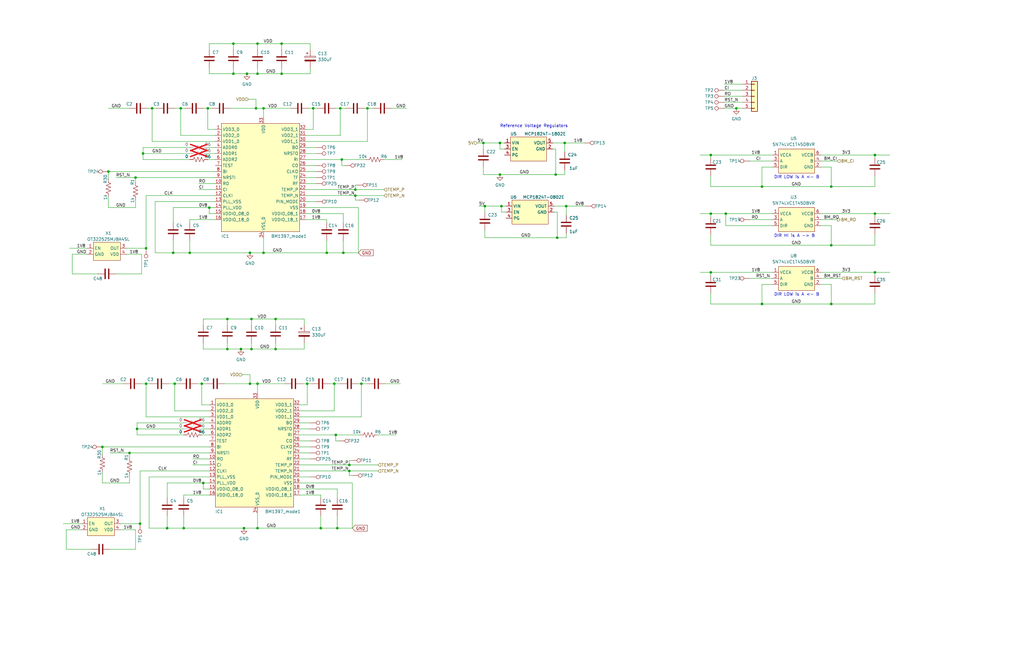
<source format=kicad_sch>
(kicad_sch (version 20230121) (generator eeschema)
  (paper "B")
  (junction (at 107.95 45.72))
  (junction (at 95.885 147.32) (diameter 0.9144))
  (junction (at 203.835 60.325) (diameter 0.9144))
  (junction (at 108.585 222.885))
  (junction (at 57.785 180.975))
  (junction (at 350.52 103.505))
  (junction (at 73.025 106.68))
  (junction (at 149.86 82.55))
  (junction (at 144.78 106.68))
  (junction (at 154.94 45.72))
  (junction (at 310.515 45.72))
  (junction (at 299.72 90.17))
  (junction (at 368.935 65.405))
  (junction (at 73.66 161.925))
  (junction (at 204.47 86.995) (diameter 0.9144))
  (junction (at 104.14 31.115))
  (junction (at 102.87 222.885))
  (junction (at 147.32 196.215))
  (junction (at 144.145 67.31))
  (junction (at 80.01 106.68))
  (junction (at 45.72 72.39))
  (junction (at 234.315 73.66) (diameter 0.9144))
  (junction (at 141.605 183.515))
  (junction (at 61.595 161.925))
  (junction (at 140.97 161.925))
  (junction (at 306.07 90.17))
  (junction (at 299.72 65.405))
  (junction (at 88.265 87.63))
  (junction (at 60.325 64.77))
  (junction (at 299.72 114.935))
  (junction (at 118.745 18.415))
  (junction (at 105.41 106.68))
  (junction (at 106.045 134.62) (diameter 0.9144))
  (junction (at 76.2 45.72))
  (junction (at 368.935 114.935))
  (junction (at 87.63 45.72))
  (junction (at 118.745 31.115))
  (junction (at 64.135 45.72))
  (junction (at 350.52 78.74))
  (junction (at 116.205 147.32))
  (junction (at 132.08 45.72))
  (junction (at 211.455 86.995))
  (junction (at 368.935 90.17))
  (junction (at 70.485 222.885))
  (junction (at 152.4 161.925))
  (junction (at 111.125 45.72))
  (junction (at 98.425 31.115) (diameter 0.9144))
  (junction (at 210.82 60.325))
  (junction (at 43.18 188.595))
  (junction (at 321.31 128.27))
  (junction (at 108.585 161.925))
  (junction (at 101.6 147.32))
  (junction (at 238.76 86.995) (diameter 0.9144))
  (junction (at 142.24 222.885))
  (junction (at 210.82 73.66))
  (junction (at 238.125 60.325) (diameter 0.9144))
  (junction (at 95.885 134.62) (diameter 0.9144))
  (junction (at 85.09 161.925))
  (junction (at 98.425 18.415) (diameter 0.9144))
  (junction (at 137.795 106.68))
  (junction (at 59.055 220.98))
  (junction (at 234.95 100.33) (diameter 0.9144))
  (junction (at 135.255 222.885))
  (junction (at 105.41 161.925))
  (junction (at 61.595 104.775))
  (junction (at 54.61 191.135))
  (junction (at 350.52 128.27))
  (junction (at 57.15 74.93))
  (junction (at 111.125 106.68))
  (junction (at 106.045 147.32) (diameter 0.9144))
  (junction (at 108.585 31.115) (diameter 0.9144))
  (junction (at 77.47 222.885))
  (junction (at 147.32 198.755))
  (junction (at 116.205 134.62))
  (junction (at 149.86 80.01))
  (junction (at 321.31 78.74))
  (junction (at 129.54 161.925))
  (junction (at 143.51 45.72))
  (junction (at 108.585 18.415) (diameter 0.9144))
  (junction (at 85.725 203.835))
  (wire (pts (xy 108.585 20.955) (xy 108.585 18.415)))
  (wire (pts (xy 50.8 220.98) (xy 59.055 220.98)))
  (wire (pts (xy 126.365 173.355) (xy 140.97 173.355)))
  (wire (pts (xy 203.835 70.485) (xy 203.835 73.66)))
  (wire (pts (xy 27.94 231.775) (xy 38.735 231.775)))
  (wire (pts (xy 126.365 193.675) (xy 130.81 193.675)))
  (wire (pts (xy 97.155 45.72) (xy 107.95 45.72)))
  (wire (pts (xy 147.955 194.31) (xy 147.32 194.31)))
  (wire (pts (xy 154.94 45.72) (xy 157.48 45.72)))
  (wire (pts (xy 299.72 99.06) (xy 299.72 103.505)))
  (wire (pts (xy 45.72 87.63) (xy 57.15 87.63)))
  (wire (pts (xy 26.67 220.98) (xy 34.29 220.98)))
  (wire (pts (xy 305.435 40.64) (xy 313.055 40.64)))
  (wire (pts (xy 234.95 89.535) (xy 234.95 100.33)))
  (wire (pts (xy 299.72 128.27) (xy 321.31 128.27)))
  (wire (pts (xy 238.76 100.33) (xy 234.95 100.33)))
  (wire (pts (xy 346.075 95.25) (xy 350.52 95.25)))
  (wire (pts (xy 368.935 78.74) (xy 368.935 74.295)))
  (wire (pts (xy 152.4 161.925) (xy 154.94 161.925)))
  (wire (pts (xy 73.66 173.355) (xy 73.66 161.925)))
  (wire (pts (xy 126.365 188.595) (xy 130.81 188.595)))
  (wire (pts (xy 57.15 231.775) (xy 57.15 223.52)))
  (wire (pts (xy 59.69 115.57) (xy 59.69 107.315)))
  (wire (pts (xy 350.52 70.485) (xy 350.52 78.74)))
  (wire (pts (xy 108.585 31.115) (xy 104.14 31.115)))
  (wire (pts (xy 210.82 60.325) (xy 212.725 60.325)))
  (wire (pts (xy 108.585 28.575) (xy 108.585 31.115)))
  (wire (pts (xy 85.09 180.975) (xy 88.265 180.975)))
  (wire (pts (xy 148.59 203.835) (xy 126.365 203.835)))
  (wire (pts (xy 122.555 45.72) (xy 111.125 45.72)))
  (wire (pts (xy 299.72 78.74) (xy 321.31 78.74)))
  (wire (pts (xy 108.585 18.415) (xy 118.745 18.415)))
  (wire (pts (xy 102.87 222.885) (xy 108.585 222.885)))
  (wire (pts (xy 140.97 173.355) (xy 140.97 161.925)))
  (wire (pts (xy 305.435 35.56) (xy 313.055 35.56)))
  (wire (pts (xy 116.205 147.32) (xy 128.27 147.32)))
  (wire (pts (xy 73.025 101.6) (xy 73.025 106.68)))
  (wire (pts (xy 201.295 60.325) (xy 203.835 60.325)))
  (wire (pts (xy 59.69 107.315) (xy 53.34 107.315)))
  (wire (pts (xy 238.125 60.325) (xy 238.125 64.135)))
  (wire (pts (xy 149.86 82.55) (xy 161.925 82.55)))
  (wire (pts (xy 325.755 95.25) (xy 306.07 95.25)))
  (wire (pts (xy 126.365 208.915) (xy 135.255 208.915)))
  (wire (pts (xy 43.18 188.595) (xy 88.265 188.595)))
  (wire (pts (xy 346.075 92.71) (xy 353.06 92.71)))
  (wire (pts (xy 126.365 186.055) (xy 130.81 186.055)))
  (wire (pts (xy 150.495 78.105) (xy 149.86 78.105)))
  (wire (pts (xy 48.895 115.57) (xy 59.69 115.57)))
  (wire (pts (xy 149.86 84.455) (xy 149.86 82.55)))
  (wire (pts (xy 233.045 60.325) (xy 238.125 60.325)))
  (wire (pts (xy 118.745 31.115) (xy 130.81 31.115)))
  (wire (pts (xy 54.61 191.135) (xy 54.61 193.04)))
  (wire (pts (xy 128.905 67.31) (xy 144.145 67.31)))
  (wire (pts (xy 234.95 100.33) (xy 204.47 100.33)))
  (wire (pts (xy 147.32 200.66) (xy 147.32 198.755)))
  (wire (pts (xy 101.6 147.32) (xy 95.885 147.32)))
  (wire (pts (xy 126.365 206.375) (xy 142.24 206.375)))
  (wire (pts (xy 346.075 90.17) (xy 368.935 90.17)))
  (wire (pts (xy 299.72 90.17) (xy 306.07 90.17)))
  (wire (pts (xy 140.97 161.925) (xy 143.51 161.925)))
  (wire (pts (xy 70.485 222.885) (xy 77.47 222.885)))
  (wire (pts (xy 142.875 186.055) (xy 141.605 186.055)))
  (wire (pts (xy 128.905 64.77) (xy 133.35 64.77)))
  (wire (pts (xy 135.255 208.915) (xy 135.255 210.185)))
  (wire (pts (xy 48.895 74.93) (xy 57.15 74.93)))
  (wire (pts (xy 80.01 101.6) (xy 80.01 106.68)))
  (wire (pts (xy 111.125 106.68) (xy 111.125 100.33)))
  (wire (pts (xy 295.275 90.17) (xy 299.72 90.17)))
  (wire (pts (xy 76.2 45.72) (xy 78.105 45.72)))
  (wire (pts (xy 368.935 128.27) (xy 368.935 123.825)))
  (wire (pts (xy 62.865 222.885) (xy 70.485 222.885)))
  (wire (pts (xy 141.605 186.055) (xy 141.605 183.515)))
  (wire (pts (xy 151.13 84.455) (xy 149.86 84.455)))
  (wire (pts (xy 73.66 45.72) (xy 76.2 45.72)))
  (wire (pts (xy 238.125 73.66) (xy 234.315 73.66)))
  (wire (pts (xy 85.09 161.925) (xy 86.995 161.925)))
  (wire (pts (xy 57.15 74.93) (xy 57.15 76.835)))
  (wire (pts (xy 144.78 101.6) (xy 144.78 106.68)))
  (wire (pts (xy 368.935 65.405) (xy 368.935 66.675)))
  (wire (pts (xy 126.365 183.515) (xy 141.605 183.515)))
  (wire (pts (xy 132.08 45.72) (xy 133.985 45.72)))
  (wire (pts (xy 85.725 45.72) (xy 87.63 45.72)))
  (wire (pts (xy 87.63 45.72) (xy 87.63 54.61)))
  (wire (pts (xy 368.935 103.505) (xy 368.935 99.06)))
  (wire (pts (xy 128.905 59.69) (xy 154.94 59.69)))
  (wire (pts (xy 126.365 201.295) (xy 130.81 201.295)))
  (wire (pts (xy 152.4 175.895) (xy 152.4 161.925)))
  (wire (pts (xy 130.81 28.575) (xy 130.81 31.115)))
  (wire (pts (xy 116.205 134.62) (xy 128.27 134.62)))
  (wire (pts (xy 81.28 193.675) (xy 88.265 193.675)))
  (wire (pts (xy 45.72 45.72) (xy 54.61 45.72)))
  (wire (pts (xy 143.51 45.72) (xy 146.05 45.72)))
  (wire (pts (xy 126.365 170.815) (xy 129.54 170.815)))
  (wire (pts (xy 210.82 62.865) (xy 210.82 60.325)))
  (wire (pts (xy 83.82 77.47) (xy 90.805 77.47)))
  (wire (pts (xy 70.485 210.185) (xy 70.485 203.835)))
  (wire (pts (xy 81.28 196.215) (xy 88.265 196.215)))
  (wire (pts (xy 85.725 144.78) (xy 85.725 147.32)))
  (wire (pts (xy 90.805 54.61) (xy 87.63 54.61)))
  (wire (pts (xy 61.595 82.55) (xy 61.595 104.775)))
  (wire (pts (xy 126.365 191.135) (xy 130.81 191.135)))
  (wire (pts (xy 62.865 201.295) (xy 62.865 222.885)))
  (wire (pts (xy 61.595 161.925) (xy 63.5 161.925)))
  (wire (pts (xy 149.86 80.01) (xy 161.925 80.01)))
  (wire (pts (xy 316.23 117.475) (xy 325.755 117.475)))
  (wire (pts (xy 211.455 89.535) (xy 213.36 89.535)))
  (wire (pts (xy 94.615 161.925) (xy 105.41 161.925)))
  (wire (pts (xy 116.205 144.78) (xy 116.205 147.32)))
  (wire (pts (xy 85.725 203.835) (xy 88.265 203.835)))
  (wire (pts (xy 83.82 80.01) (xy 90.805 80.01)))
  (wire (pts (xy 299.72 65.405) (xy 325.755 65.405)))
  (wire (pts (xy 165.1 45.72) (xy 171.45 45.72)))
  (wire (pts (xy 210.82 62.865) (xy 212.725 62.865)))
  (wire (pts (xy 108.585 222.885) (xy 108.585 216.535)))
  (wire (pts (xy 118.745 28.575) (xy 118.745 31.115)))
  (wire (pts (xy 98.425 18.415) (xy 108.585 18.415)))
  (wire (pts (xy 316.23 67.945) (xy 325.755 67.945)))
  (wire (pts (xy 141.605 45.72) (xy 143.51 45.72)))
  (wire (pts (xy 29.21 104.775) (xy 36.83 104.775)))
  (wire (pts (xy 350.52 120.015) (xy 350.52 128.27)))
  (wire (pts (xy 98.425 28.575) (xy 98.425 31.115)))
  (wire (pts (xy 316.23 92.71) (xy 325.755 92.71)))
  (wire (pts (xy 57.15 84.455) (xy 57.15 87.63)))
  (wire (pts (xy 238.125 71.755) (xy 238.125 73.66)))
  (wire (pts (xy 46.355 231.775) (xy 57.15 231.775)))
  (wire (pts (xy 60.325 64.77) (xy 60.325 67.31)))
  (wire (pts (xy 57.785 183.515) (xy 77.47 183.515)))
  (wire (pts (xy 151.13 106.68) (xy 151.13 87.63)))
  (wire (pts (xy 130.81 20.955) (xy 130.81 18.415)))
  (wire (pts (xy 144.145 69.85) (xy 144.145 67.31)))
  (wire (pts (xy 143.51 57.15) (xy 143.51 45.72)))
  (wire (pts (xy 132.08 54.61) (xy 132.08 45.72)))
  (wire (pts (xy 299.72 114.935) (xy 325.755 114.935)))
  (wire (pts (xy 83.185 161.925) (xy 85.09 161.925)))
  (wire (pts (xy 295.275 65.405) (xy 299.72 65.405)))
  (wire (pts (xy 57.15 223.52) (xy 50.8 223.52)))
  (wire (pts (xy 61.595 82.55) (xy 90.805 82.55)))
  (wire (pts (xy 98.425 20.955) (xy 98.425 18.415)))
  (wire (pts (xy 144.78 90.17) (xy 144.78 93.98)))
  (wire (pts (xy 321.31 128.27) (xy 350.52 128.27)))
  (wire (pts (xy 321.31 78.74) (xy 350.52 78.74)))
  (wire (pts (xy 45.72 72.39) (xy 45.72 75.565)))
  (wire (pts (xy 325.755 70.485) (xy 321.31 70.485)))
  (wire (pts (xy 128.27 137.16) (xy 128.27 134.62)))
  (wire (pts (xy 60.325 67.31) (xy 80.01 67.31)))
  (wire (pts (xy 88.265 28.575) (xy 88.265 31.115)))
  (wire (pts (xy 77.47 178.435) (xy 57.785 178.435)))
  (wire (pts (xy 88.265 173.355) (xy 73.66 173.355)))
  (wire (pts (xy 76.2 57.15) (xy 76.2 45.72)))
  (wire (pts (xy 105.41 161.925) (xy 108.585 161.925)))
  (wire (pts (xy 128.905 82.55) (xy 149.86 82.55)))
  (wire (pts (xy 346.075 67.945) (xy 353.06 67.945)))
  (wire (pts (xy 153.67 45.72) (xy 154.94 45.72)))
  (wire (pts (xy 147.32 196.215) (xy 159.385 196.215)))
  (wire (pts (xy 305.435 38.1) (xy 313.055 38.1)))
  (wire (pts (xy 73.025 106.68) (xy 80.01 106.68)))
  (wire (pts (xy 126.365 180.975) (xy 130.81 180.975)))
  (wire (pts (xy 211.455 89.535) (xy 211.455 86.995)))
  (wire (pts (xy 61.595 175.895) (xy 61.595 161.925)))
  (wire (pts (xy 80.01 93.98) (xy 80.01 92.71)))
  (wire (pts (xy 85.09 161.925) (xy 85.09 170.815)))
  (wire (pts (xy 43.18 161.925) (xy 52.07 161.925)))
  (wire (pts (xy 45.72 72.39) (xy 90.805 72.39)))
  (wire (pts (xy 85.09 178.435) (xy 88.265 178.435)))
  (wire (pts (xy 130.175 45.72) (xy 132.08 45.72)))
  (wire (pts (xy 128.905 57.15) (xy 143.51 57.15)))
  (wire (pts (xy 234.315 73.66) (xy 210.82 73.66)))
  (wire (pts (xy 59.055 198.755) (xy 88.265 198.755)))
  (wire (pts (xy 65.405 85.09) (xy 65.405 106.68)))
  (wire (pts (xy 105.41 106.68) (xy 111.125 106.68)))
  (wire (pts (xy 98.425 31.115) (xy 88.265 31.115)))
  (wire (pts (xy 95.885 144.78) (xy 95.885 147.32)))
  (wire (pts (xy 142.24 217.805) (xy 142.24 222.885)))
  (wire (pts (xy 310.515 45.72) (xy 313.055 45.72)))
  (wire (pts (xy 234.315 62.865) (xy 233.045 62.865)))
  (wire (pts (xy 126.365 175.895) (xy 152.4 175.895)))
  (wire (pts (xy 128.905 72.39) (xy 133.35 72.39)))
  (wire (pts (xy 128.905 54.61) (xy 132.08 54.61)))
  (wire (pts (xy 60.325 64.77) (xy 80.01 64.77)))
  (wire (pts (xy 73.025 93.98) (xy 73.025 87.63)))
  (wire (pts (xy 57.15 74.93) (xy 90.805 74.93)))
  (wire (pts (xy 87.63 64.77) (xy 90.805 64.77)))
  (wire (pts (xy 106.045 137.16) (xy 106.045 134.62)))
  (wire (pts (xy 102.235 158.115) (xy 105.41 158.115)))
  (wire (pts (xy 128.905 77.47) (xy 133.35 77.47)))
  (wire (pts (xy 30.48 107.315) (xy 30.48 115.57)))
  (wire (pts (xy 128.905 62.23) (xy 133.35 62.23)))
  (wire (pts (xy 85.725 134.62) (xy 95.885 134.62)))
  (wire (pts (xy 321.31 120.015) (xy 321.31 128.27)))
  (wire (pts (xy 106.045 134.62) (xy 116.205 134.62)))
  (wire (pts (xy 73.66 161.925) (xy 75.565 161.925)))
  (wire (pts (xy 118.745 31.115) (xy 108.585 31.115)))
  (wire (pts (xy 350.52 128.27) (xy 368.935 128.27)))
  (wire (pts (xy 203.835 60.325) (xy 210.82 60.325)))
  (wire (pts (xy 203.835 60.325) (xy 203.835 62.865)))
  (wire (pts (xy 118.745 20.955) (xy 118.745 18.415)))
  (wire (pts (xy 104.775 41.91) (xy 107.95 41.91)))
  (wire (pts (xy 88.265 206.375) (xy 85.725 206.375)))
  (wire (pts (xy 106.045 147.32) (xy 101.6 147.32)))
  (wire (pts (xy 64.135 45.72) (xy 66.04 45.72)))
  (wire (pts (xy 135.255 217.805) (xy 135.255 222.885)))
  (wire (pts (xy 57.785 180.975) (xy 57.785 183.515)))
  (wire (pts (xy 80.01 62.23) (xy 60.325 62.23)))
  (wire (pts (xy 36.83 107.315) (xy 30.48 107.315)))
  (wire (pts (xy 144.145 67.31) (xy 154.305 67.31)))
  (wire (pts (xy 305.435 43.18) (xy 313.055 43.18)))
  (wire (pts (xy 88.265 87.63) (xy 90.805 87.63)))
  (wire (pts (xy 59.055 198.755) (xy 59.055 220.98)))
  (wire (pts (xy 154.94 59.69) (xy 154.94 45.72)))
  (wire (pts (xy 85.725 137.16) (xy 85.725 134.62)))
  (wire (pts (xy 87.63 45.72) (xy 89.535 45.72)))
  (wire (pts (xy 234.315 62.865) (xy 234.315 73.66)))
  (wire (pts (xy 142.24 222.885) (xy 148.59 222.885)))
  (wire (pts (xy 149.86 78.105) (xy 149.86 80.01)))
  (wire (pts (xy 128.905 80.01) (xy 149.86 80.01)))
  (wire (pts (xy 77.47 210.185) (xy 77.47 208.915)))
  (wire (pts (xy 53.34 104.775) (xy 61.595 104.775)))
  (wire (pts (xy 95.885 137.16) (xy 95.885 134.62)))
  (wire (pts (xy 46.355 191.135) (xy 54.61 191.135)))
  (wire (pts (xy 77.47 217.805) (xy 77.47 222.885)))
  (wire (pts (xy 43.18 199.39) (xy 43.18 203.835)))
  (wire (pts (xy 238.125 60.325) (xy 246.38 60.325)))
  (wire (pts (xy 71.12 161.925) (xy 73.66 161.925)))
  (wire (pts (xy 116.205 137.16) (xy 116.205 134.62)))
  (wire (pts (xy 299.72 103.505) (xy 350.52 103.505)))
  (wire (pts (xy 204.47 86.995) (xy 204.47 89.535)))
  (wire (pts (xy 299.72 114.935) (xy 299.72 116.205)))
  (wire (pts (xy 126.365 198.755) (xy 147.32 198.755)))
  (wire (pts (xy 325.755 120.015) (xy 321.31 120.015)))
  (wire (pts (xy 43.18 188.595) (xy 43.18 191.77)))
  (wire (pts (xy 350.52 78.74) (xy 368.935 78.74)))
  (wire (pts (xy 65.405 85.09) (xy 90.805 85.09)))
  (wire (pts (xy 111.125 106.68) (xy 137.795 106.68)))
  (wire (pts (xy 80.01 92.71) (xy 90.805 92.71)))
  (wire (pts (xy 73.025 87.63) (xy 88.265 87.63)))
  (wire (pts (xy 88.265 20.955) (xy 88.265 18.415)))
  (wire (pts (xy 141.605 183.515) (xy 151.765 183.515)))
  (wire (pts (xy 107.95 45.72) (xy 111.125 45.72)))
  (wire (pts (xy 147.32 198.755) (xy 159.385 198.755)))
  (wire (pts (xy 350.52 95.25) (xy 350.52 103.505)))
  (wire (pts (xy 65.405 106.68) (xy 73.025 106.68)))
  (wire (pts (xy 95.885 134.62) (xy 106.045 134.62)))
  (wire (pts (xy 90.805 57.15) (xy 76.2 57.15)))
  (wire (pts (xy 88.265 90.17) (xy 88.265 87.63)))
  (wire (pts (xy 127.635 161.925) (xy 129.54 161.925)))
  (wire (pts (xy 87.63 67.31) (xy 90.805 67.31)))
  (wire (pts (xy 139.065 161.925) (xy 140.97 161.925)))
  (wire (pts (xy 30.48 115.57) (xy 41.275 115.57)))
  (wire (pts (xy 135.255 222.885) (xy 142.24 222.885)))
  (wire (pts (xy 295.275 114.935) (xy 299.72 114.935)))
  (wire (pts (xy 90.805 90.17) (xy 88.265 90.17)))
  (wire (pts (xy 57.785 180.975) (xy 77.47 180.975)))
  (wire (pts (xy 108.585 161.925) (xy 108.585 165.735)))
  (wire (pts (xy 120.015 161.925) (xy 108.585 161.925)))
  (wire (pts (xy 137.795 92.71) (xy 137.795 93.98)))
  (wire (pts (xy 80.01 106.68) (xy 105.41 106.68)))
  (wire (pts (xy 104.14 31.115) (xy 98.425 31.115)))
  (wire (pts (xy 210.82 73.66) (xy 203.835 73.66)))
  (wire (pts (xy 148.59 200.66) (xy 147.32 200.66)))
  (wire (pts (xy 34.29 223.52) (xy 27.94 223.52)))
  (wire (pts (xy 88.265 175.895) (xy 61.595 175.895)))
  (wire (pts (xy 201.93 86.995) (xy 204.47 86.995)))
  (wire (pts (xy 95.885 147.32) (xy 85.725 147.32)))
  (wire (pts (xy 116.205 147.32) (xy 106.045 147.32)))
  (wire (pts (xy 299.72 74.295) (xy 299.72 78.74)))
  (wire (pts (xy 85.725 206.375) (xy 85.725 203.835)))
  (wire (pts (xy 151.13 161.925) (xy 152.4 161.925)))
  (wire (pts (xy 54.61 200.66) (xy 54.61 203.835)))
  (wire (pts (xy 238.76 86.995) (xy 247.015 86.995)))
  (wire (pts (xy 137.795 106.68) (xy 144.78 106.68)))
  (wire (pts (xy 128.905 90.17) (xy 144.78 90.17)))
  (wire (pts (xy 90.805 59.69) (xy 64.135 59.69)))
  (wire (pts (xy 299.72 65.405) (xy 299.72 66.675)))
  (wire (pts (xy 111.125 45.72) (xy 111.125 49.53)))
  (wire (pts (xy 161.925 67.31) (xy 169.545 67.31)))
  (wire (pts (xy 368.935 114.935) (xy 368.935 116.205)))
  (wire (pts (xy 70.485 217.805) (xy 70.485 222.885)))
  (wire (pts (xy 346.075 114.935) (xy 368.935 114.935)))
  (wire (pts (xy 77.47 208.915) (xy 88.265 208.915)))
  (wire (pts (xy 129.54 170.815) (xy 129.54 161.925)))
  (wire (pts (xy 321.31 70.485) (xy 321.31 78.74)))
  (wire (pts (xy 106.045 144.78) (xy 106.045 147.32)))
  (wire (pts (xy 204.47 97.155) (xy 204.47 100.33)))
  (wire (pts (xy 211.455 86.995) (xy 213.36 86.995)))
  (wire (pts (xy 238.76 86.995) (xy 238.76 90.805)))
  (wire (pts (xy 306.07 90.17) (xy 325.755 90.17)))
  (wire (pts (xy 368.935 114.935) (xy 375.285 114.935)))
  (wire (pts (xy 108.585 222.885) (xy 135.255 222.885)))
  (wire (pts (xy 62.865 201.295) (xy 88.265 201.295)))
  (wire (pts (xy 305.435 45.72) (xy 310.515 45.72)))
  (wire (pts (xy 368.935 90.17) (xy 368.935 91.44)))
  (wire (pts (xy 87.63 62.23) (xy 90.805 62.23)))
  (wire (pts (xy 54.61 191.135) (xy 88.265 191.135)))
  (wire (pts (xy 128.905 92.71) (xy 137.795 92.71)))
  (wire (pts (xy 144.78 106.68) (xy 151.13 106.68)))
  (wire (pts (xy 234.95 89.535) (xy 233.68 89.535)))
  (wire (pts (xy 299.72 123.825) (xy 299.72 128.27)))
  (wire (pts (xy 162.56 161.925) (xy 168.91 161.925)))
  (wire (pts (xy 77.47 222.885) (xy 102.87 222.885)))
  (wire (pts (xy 45.72 83.185) (xy 45.72 87.63)))
  (wire (pts (xy 137.795 101.6) (xy 137.795 106.68)))
  (wire (pts (xy 118.745 18.415) (xy 130.81 18.415)))
  (wire (pts (xy 346.075 117.475) (xy 354.965 117.475)))
  (wire (pts (xy 368.935 65.405) (xy 375.285 65.405)))
  (wire (pts (xy 126.365 196.215) (xy 147.32 196.215)))
  (wire (pts (xy 346.075 65.405) (xy 368.935 65.405)))
  (wire (pts (xy 105.41 158.115) (xy 105.41 161.925)))
  (wire (pts (xy 59.69 161.925) (xy 61.595 161.925)))
  (wire (pts (xy 88.265 18.415) (xy 98.425 18.415)))
  (wire (pts (xy 299.72 90.17) (xy 299.72 91.44)))
  (wire (pts (xy 147.32 194.31) (xy 147.32 196.215)))
  (wire (pts (xy 346.075 120.015) (xy 350.52 120.015)))
  (wire (pts (xy 159.385 183.515) (xy 167.005 183.515)))
  (wire (pts (xy 346.075 70.485) (xy 350.52 70.485)))
  (wire (pts (xy 43.18 203.835) (xy 54.61 203.835)))
  (wire (pts (xy 238.76 98.425) (xy 238.76 100.33)))
  (wire (pts (xy 306.07 90.17) (xy 306.07 95.25)))
  (wire (pts (xy 57.785 178.435) (xy 57.785 180.975)))
  (wire (pts (xy 62.23 45.72) (xy 64.135 45.72)))
  (wire (pts (xy 148.59 222.885) (xy 148.59 203.835)))
  (wire (pts (xy 88.265 170.815) (xy 85.09 170.815)))
  (wire (pts (xy 145.415 69.85) (xy 144.145 69.85)))
  (wire (pts (xy 129.54 161.925) (xy 131.445 161.925)))
  (wire (pts (xy 27.94 223.52) (xy 27.94 231.775)))
  (wire (pts (xy 350.52 103.505) (xy 368.935 103.505)))
  (wire (pts (xy 368.935 90.17) (xy 375.285 90.17)))
  (wire (pts (xy 142.24 206.375) (xy 142.24 210.185)))
  (wire (pts (xy 151.13 87.63) (xy 128.905 87.63)))
  (wire (pts (xy 204.47 86.995) (xy 211.455 86.995)))
  (wire (pts (xy 70.485 203.835) (xy 85.725 203.835)))
  (wire (pts (xy 64.135 59.69) (xy 64.135 45.72)))
  (wire (pts (xy 128.905 69.85) (xy 133.35 69.85)))
  (wire (pts (xy 128.905 74.93) (xy 133.35 74.93)))
  (wire (pts (xy 128.905 85.09) (xy 133.35 85.09)))
  (wire (pts (xy 60.325 62.23) (xy 60.325 64.77)))
  (wire (pts (xy 126.365 178.435) (xy 130.81 178.435)))
  (wire (pts (xy 107.95 41.91) (xy 107.95 45.72)))
  (wire (pts (xy 233.68 86.995) (xy 238.76 86.995)))
  (wire (pts (xy 128.27 144.78) (xy 128.27 147.32)))
  (wire (pts (xy 85.09 183.515) (xy 88.265 183.515)))
  (text "Reference Voltage Regulators" (at 210.82 53.975 0) (effects (font (size 1.27 1.27)) (justify left bottom)))
  (text "DIR HI is A -> B" (at 326.39 100.33 0) (effects (font (size 1.27 1.27)) (justify left bottom)))
  (text "DIR LOW is A <- B" (at 326.39 125.095 0) (effects (font (size 1.27 1.27)) (justify left bottom)))
  (text "DIR LOW is A <- B" (at 326.39 75.565 0) (effects (font (size 1.27 1.27)) (justify left bottom)))
  (label "BM_RO" (at 347.345 92.71 0))
  (label "BM_RST" (at 347.345 117.475 0))
  (label "TEMP_N" (at 142.24 82.55 0))
  (label "1V8" (at 166.37 67.31 0))
  (label "1V8" (at 81.28 208.915 0))
  (label "0V8" (at 128.905 206.375 0))
  (label "0V8" (at 83.82 87.63 0))
  (label "3V3" (at 354.965 114.935 0))
  (label "1V8" (at 29.845 220.98 0))
  (label "1V8" (at 241.935 60.325 0))
  (label "1V8" (at 316.865 114.935 0))
  (label "GND" (at 44.45 161.925 0))
  (label "TEMP_P" (at 142.24 80.01 0))
  (label "VDD" (at 111.125 18.415 0))
  (label "1V8" (at 305.435 35.56 0))
  (label "RO" (at 316.865 92.71 0))
  (label "RO" (at 81.28 193.675 0))
  (label "GND" (at 29.845 223.52 0))
  (label "0V8" (at 131.445 90.17 0))
  (label "1V8" (at 128.905 208.915 0))
  (label "GND" (at 61.595 180.975 0))
  (label "GND" (at 337.82 128.27 180))
  (label "CI" (at 318.77 67.945 0))
  (label "VDD" (at 110.49 161.925 0))
  (label "GND" (at 219.075 73.66 0))
  (label "GND" (at 219.71 100.33 0))
  (label "TEMP_P" (at 139.7 196.215 0))
  (label "1V8" (at 163.83 183.515 0))
  (label "1V8" (at 131.445 92.71 0))
  (label "GND" (at 305.435 45.72 0))
  (label "TEMP_N" (at 139.7 198.755 0))
  (label "3V3" (at 354.965 90.17 0))
  (label "BM_CI" (at 347.345 67.945 0))
  (label "0V8" (at 81.28 203.835 0))
  (label "CI" (at 81.28 196.215 0))
  (label "RST_N" (at 46.355 191.135 0))
  (label "5V" (at 201.93 86.995 0))
  (label "GND" (at 64.135 64.77 0))
  (label "GND" (at 46.99 45.72 0))
  (label "GND" (at 116.205 31.115 180))
  (label "RST_N" (at 305.435 43.18 0))
  (label "GND" (at 46.355 203.835 0))
  (label "1V8" (at 83.82 92.71 0))
  (label "CLK" (at 69.215 82.55 0))
  (label "GND" (at 164.465 161.925 0))
  (label "GND" (at 112.395 222.885 0))
  (label "GND" (at 114.935 106.68 0))
  (label "RO" (at 83.82 77.47 0))
  (label "1V8" (at 32.385 104.775 0))
  (label "VDD" (at 113.03 45.72 0))
  (label "GND" (at 337.82 103.505 180))
  (label "RST_N" (at 48.895 74.93 0))
  (label "CI" (at 305.435 38.1 0))
  (label "CLK" (at 66.675 198.755 0))
  (label "3V3" (at 354.965 65.405 0))
  (label "1V8" (at 316.865 65.405 0))
  (label "RO" (at 305.435 40.64 0))
  (label "GND" (at 32.385 107.315 0))
  (label "5V" (at 201.295 60.325 0))
  (label "0V8" (at 242.57 86.995 0))
  (label "GND" (at 113.665 147.32 180))
  (label "CI" (at 83.82 80.01 0))
  (label "GND" (at 337.82 78.74 180))
  (label "1V8" (at 54.61 107.315 0))
  (label "1V8" (at 316.865 90.17 0))
  (label "GND" (at 167.005 45.72 0))
  (label "GND" (at 48.895 87.63 0))
  (label "VDD" (at 108.585 134.62 0))
  (label "RST_N" (at 318.77 117.475 0))
  (label "1V8" (at 52.07 223.52 0))
  (global_label "GND" (shape input) (at 148.59 222.885 0) (property "Intersheetrefs" "${INTERSHEET_REFS}" (effects hide)))
  (global_label "GND" (shape input) (at 151.13 106.68 0) (property "Intersheetrefs" "${INTERSHEET_REFS}" (effects hide)))
  (hierarchical_label "TEMP_P" (shape input) (at 161.925 80.01 0))
  (hierarchical_label "BM_CI" (shape input) (at 353.06 67.945 0))
  (hierarchical_label "5V" (shape input) (at 201.295 60.325 180))
  (hierarchical_label "VDD" (shape input) (at 104.775 41.91 180))
  (hierarchical_label "BM_RST" (shape input) (at 354.965 117.475 0))
  (hierarchical_label "TEMP_P" (shape input) (at 159.385 196.215 0))
  (hierarchical_label "BM_RO" (shape output) (at 353.06 92.71 0))
  (hierarchical_label "TEMP_N" (shape input) (at 159.385 198.755 0))
  (hierarchical_label "TEMP_N" (shape input) (at 161.925 82.55 0))
  (hierarchical_label "VDD" (shape input) (at 102.235 158.115 180))
  (symbol (lib_id "power:GND") (at 104.14 31.115 0) (mirror y) (unit 1)
    (property "Reference" "#PWR01" (effects hide))
    (property "Value" "GND" (at 104.14 35.56 0))
  )
  (symbol (lib_id "Connector:TestPoint") (at 130.81 193.675 270) (mirror x) (unit 1)
    (property "Reference" "TP25" (at 137.16 193.675 90))
    (property "Value" "TestPoint" (effects hide))
    (property "Footprint" "TestPoint:TestPoint_Pad_D1.5mm" (effects hide))
    (property "DNP" "T" (effects hide))
  )
  (symbol (lib_id "Device:R_US") (at 158.115 67.31 90) (unit 1)
    (property "Reference" "R6" (at 161.925 66.04 90))
    (property "Value" "10k" (at 153.035 66.04 90))
    (property "Footprint" "Resistor_SMD:R_0402_1005Metric" (effects hide))
    (property "DK" "311-10KJRCT-ND" (effects hide))
    (property "PARTNO" "RC0402JR-0710KL" (effects hide))
  )
  (symbol (lib_id "Device:C_Polarized") (at 128.27 140.97 0) (unit 1)
    (property "Reference" "C13" (at 131.445 138.8109 0) (effects (justify left)))
    (property "Value" "330uF" (at 131.445 141.3509 0) (effects (justify left)))
    (property "Footprint" "Capacitor_Tantalum_SMD:CP_EIA-7343-31_Kemet-D_Pad2.25x2.55mm_HandSolder" (effects hide))
    (property "DK" "718-1028-1-ND" (effects hide))
    (property "PARTNO" "293D337X9010E2TE3" (effects hide))
  )
  (symbol (lib_id "power:GND") (at 310.515 45.72 0) (mirror y) (unit 1)
    (property "Reference" "#PWR03" (effects hide))
    (property "Value" "GND" (at 310.515 50.165 0))
  )
  (symbol (lib_id "Device:C") (at 126.365 45.72 90) (unit 1)
    (property "Reference" "C12" (at 123.19 43.18 90) (effects (justify left bottom)))
    (property "Value" "1uF" (at 125.095 46.355 90) (effects (justify left bottom)))
    (property "Footprint" "Capacitor_SMD:C_0402_1005Metric" (effects hide))
    (property "Value" "587-5514-1-ND" (effects hide))
    (property "DK" "587-5514-1-ND" (effects hide))
    (property "PARTNO" "EMK105BJ105MV-F" (effects hide))
  )
  (symbol (lib_id "Device:C") (at 149.86 45.72 90) (unit 1)
    (property "Reference" "C17" (at 147.32 43.18 90) (effects (justify left bottom)))
    (property "Value" "1uF" (at 148.59 46.355 90) (effects (justify left bottom)))
    (property "Footprint" "Capacitor_SMD:C_0402_1005Metric" (effects hide))
    (property "Value" "587-5514-1-ND" (effects hide))
    (property "DK" "587-5514-1-ND" (effects hide))
    (property "PARTNO" "EMK105BJ105MV-F" (effects hide))
  )
  (symbol (lib_id "Device:C") (at 77.47 213.995 0) (unit 1)
    (property "Reference" "C5" (at 78.74 212.09 0) (effects (justify left bottom)))
    (property "Value" "1uF" (at 78.74 217.805 0) (effects (justify left bottom)))
    (property "Footprint" "Capacitor_SMD:C_0402_1005Metric" (effects hide))
    (property "Value" "587-5514-1-ND" (effects hide))
    (property "DK" "587-5514-1-ND" (effects hide))
    (property "PARTNO" "EMK105BJ105MV-F" (effects hide))
  )
  (symbol (lib_id "Connector:TestPoint") (at 316.23 117.475 90) (mirror x) (unit 1)
    (property "Reference" "TP23" (at 309.88 117.475 90))
    (property "Value" "TestPoint" (effects hide))
    (property "Footprint" "TestPoint:TestPoint_Pad_D1.5mm" (effects hide))
    (property "DNP" "T" (effects hide))
  )
  (symbol (lib_id "Device:R_US") (at 43.18 195.58 180) (unit 1)
    (property "Reference" "R30" (at 41.91 191.77 90))
    (property "Value" "1k" (at 41.91 199.39 90))
    (property "Footprint" "Resistor_SMD:R_0402_1005Metric" (effects hide))
    (property "DK" "YAG2306CT-ND" (effects hide))
  )
  (symbol (lib_id "Device:C") (at 147.32 161.925 90) (unit 1)
    (property "Reference" "C17" (at 144.78 159.385 90) (effects (justify left bottom)))
    (property "Value" "1uF" (at 146.05 162.56 90) (effects (justify left bottom)))
    (property "Footprint" "Capacitor_SMD:C_0402_1005Metric" (effects hide))
    (property "Value" "587-5514-1-ND" (effects hide))
    (property "DK" "587-5514-1-ND" (effects hide))
    (property "PARTNO" "EMK105BJ105MV-F" (effects hide))
  )
  (symbol (lib_id "lcsc:OT322525MJBA4SL") (at 45.72 106.045 0) (unit 1)
    (property "Reference" "X1" (at 45.72 98.425 0))
    (property "Value" "OT322525MJBA4SL" (at 45.72 100.965 0))
    (property "Footprint" "lcsc:OSC-SMD_4P-L3.2-W2.5-BL" (effects hide))
    (property "Datasheet" "https://lcsc.com/product-detail/SMD-Oscillators-XO_Yangxing-Tech-OT322525MJBA4SL_C669088.html" (effects hide))
    (property "Manufacturer" "YXC(扬兴晶振)" (effects hide))
    (property "LCSC Part" "C669088" (effects hide))
    (property "JLC Part" "Extended Part" (effects hide))
  )
  (symbol (lib_id "Connector:TestPoint") (at 130.81 201.295 270) (mirror x) (unit 1)
    (property "Reference" "TP10" (at 137.16 201.295 90))
    (property "Value" "TestPoint" (effects hide))
    (property "Footprint" "TestPoint:TestPoint_Pad_D1.5mm" (effects hide))
    (property "DNP" "T" (effects hide))
  )
  (symbol (lib_id "Connector:TestPoint") (at 316.23 92.71 90) (mirror x) (unit 1)
    (property "Reference" "TP19" (at 309.88 92.71 90))
    (property "Value" "TestPoint" (effects hide))
    (property "Footprint" "TestPoint:TestPoint_Pad_D1.5mm" (effects hide))
    (property "DNP" "T" (effects hide))
  )
  (symbol (lib_id "bitaxe:BM1397_mode1") (at 111.125 69.85 0) (unit 1)
    (property "Reference" "IC1" (at 93.345 99.695 0) (effects (justify left)))
    (property "Value" "BM1397_mode1" (at 114.3 99.695 0) (effects (justify left)))
    (property "Footprint" "bitaxe:BM1397" (effects hide))
    (property "DNP" "T" (effects hide))
  )
  (symbol (lib_id "Device:C") (at 238.125 67.945 0) (unit 1)
    (property "Reference" "C24" (at 239.395 66.04 0) (effects (justify left bottom)))
    (property "Value" "1uF" (at 240.03 71.755 0) (effects (justify left bottom)))
    (property "Footprint" "Capacitor_SMD:C_0402_1005Metric" (effects hide))
    (property "DK" "587-5514-1-ND" (effects hide))
    (property "PARTNO" "EMK105BJ105MV-F" (effects hide))
  )
  (symbol (lib_id "power:GND") (at 101.6 147.32 0) (mirror y) (unit 1)
    (property "Reference" "#PWR01" (effects hide))
    (property "Value" "GND" (at 101.6 151.765 0))
  )
  (symbol (lib_id "Device:C") (at 42.545 231.775 90) (unit 1)
    (property "Reference" "C48" (at 40.64 233.045 90) (effects (justify left bottom)))
    (property "Value" "0.1uF" (at 49.53 233.045 90) (effects (justify left bottom)))
    (property "Footprint" "Capacitor_SMD:C_0402_1005Metric" (effects hide))
    (property "Value" "311-3342-1-ND" (effects hide))
    (property "DK" "1292-1639-1-ND" (effects hide))
    (property "PARTNO" "0402X104K100CT" (effects hide))
  )
  (symbol (lib_id "Device:C") (at 238.76 94.615 0) (unit 1)
    (property "Reference" "C25" (at 240.03 92.71 0) (effects (justify left bottom)))
    (property "Value" "1uF" (at 240.03 98.425 0) (effects (justify left bottom)))
    (property "Footprint" "Capacitor_SMD:C_0402_1005Metric" (effects hide))
    (property "DK" "587-5514-1-ND" (effects hide))
    (property "PARTNO" "EMK105BJ105MV-F" (effects hide))
  )
  (symbol (lib_id "power:GND") (at 210.82 73.66 0) (mirror y) (unit 1)
    (property "Reference" "#PWR04" (effects hide))
    (property "Value" "GND" (at 210.82 78.105 0))
  )
  (symbol (lib_id "Device:C") (at 299.72 70.485 0) (unit 1)
    (property "Reference" "C23" (at 300.355 69.215 0) (effects (justify left bottom)))
    (property "Value" "0.1uF" (at 300.355 74.295 0) (effects (justify left bottom)))
    (property "Footprint" "Capacitor_SMD:C_0402_1005Metric" (effects hide))
    (property "Value" "311-3342-1-ND" (effects hide))
    (property "DK" "1292-1639-1-ND" (effects hide))
    (property "PARTNO" "0402X104K100CT" (effects hide))
  )
  (symbol (lib_name "MCP1824_1") (lib_id "bitaxe:MCP1824") (at 223.52 88.265 0) (unit 1)
    (property "Reference" "U6" (at 216.535 83.185 0))
    (property "Value" "MCP1824T-0802E" (at 229.235 83.185 0))
    (property "Footprint" "Package_TO_SOT_SMD:SOT-23-5" (effects hide))
    (property "Datasheet" "https://ww1.microchip.com/downloads/en/DeviceDoc/22070a.pdf" (effects hide))
    (property "PARTNO" "MCP1824T-0802E/OT" (effects hide))
    (property "DK" "MCP1824T-0802E/OTCT-ND" (effects hide))
  )
  (symbol (lib_id "Device:C") (at 93.345 45.72 90) (unit 1)
    (property "Reference" "C8" (at 90.805 43.18 90) (effects (justify left bottom)))
    (property "Value" "1uF" (at 92.075 46.355 90) (effects (justify left bottom)))
    (property "Footprint" "Capacitor_SMD:C_0402_1005Metric" (effects hide))
    (property "Value" "587-5514-1-ND" (effects hide))
    (property "DK" "587-5514-1-ND" (effects hide))
    (property "PARTNO" "EMK105BJ105MV-F" (effects hide))
  )
  (symbol (lib_id "Device:C") (at 79.375 161.925 90) (unit 1)
    (property "Reference" "C6" (at 76.835 159.385 90) (effects (justify left bottom)))
    (property "Value" "1uF" (at 78.105 162.56 90) (effects (justify left bottom)))
    (property "Footprint" "Capacitor_SMD:C_0402_1005Metric" (effects hide))
    (property "Value" "587-5514-1-ND" (effects hide))
    (property "DK" "587-5514-1-ND" (effects hide))
    (property "PARTNO" "EMK105BJ105MV-F" (effects hide))
  )
  (symbol (lib_id "Device:C_Polarized") (at 130.81 24.765 0) (unit 1)
    (property "Reference" "C13" (at 133.985 22.6059 0) (effects (justify left)))
    (property "Value" "330uF" (at 133.985 25.1459 0) (effects (justify left)))
    (property "Footprint" "Capacitor_Tantalum_SMD:CP_EIA-7343-31_Kemet-D_Pad2.25x2.55mm_HandSolder" (effects hide))
    (property "DK" "718-1028-1-ND" (effects hide))
    (property "PARTNO" "293D337X9010E2TE3" (effects hide))
  )
  (symbol (lib_id "Device:C") (at 73.025 97.79 0) (unit 1)
    (property "Reference" "C4" (at 74.295 95.885 0) (effects (justify left bottom)))
    (property "Value" "1uF" (at 74.295 101.6 0) (effects (justify left bottom)))
    (property "Footprint" "Capacitor_SMD:C_0402_1005Metric" (effects hide))
    (property "Value" "587-5514-1-ND" (effects hide))
    (property "DK" "587-5514-1-ND" (effects hide))
    (property "PARTNO" "EMK105BJ105MV-F" (effects hide))
  )
  (symbol (lib_id "Connector:TestPoint") (at 316.23 67.945 90) (mirror x) (unit 1)
    (property "Reference" "TP14" (at 309.88 67.945 90))
    (property "Value" "TestPoint" (effects hide))
    (property "Footprint" "TestPoint:TestPoint_Pad_D1.5mm" (effects hide))
    (property "DNP" "T" (effects hide))
  )
  (symbol (lib_id "Connector:TestPoint") (at 151.13 84.455 270) (mirror x) (unit 1)
    (property "Reference" "TP12" (at 157.48 84.455 90))
    (property "Value" "TestPoint" (effects hide))
    (property "Footprint" "TestPoint:TestPoint_Pad_D1.5mm" (effects hide))
    (property "DNP" "T" (effects hide))
  )
  (symbol (lib_id "Device:C") (at 203.835 66.675 0) (unit 1)
    (property "Reference" "C22" (at 205.105 64.77 0) (effects (justify left bottom)))
    (property "Value" "0.1uF" (at 205.105 70.485 0) (effects (justify left bottom)))
    (property "Footprint" "Capacitor_SMD:C_0402_1005Metric" (effects hide))
    (property "Value" "311-3342-1-ND" (effects hide))
    (property "DK" "1292-1639-1-ND" (effects hide))
    (property "PARTNO" "0402X104K100CT" (effects hide))
  )
  (symbol (lib_id "Device:C") (at 368.935 120.015 0) (unit 1)
    (property "Reference" "C35" (at 369.57 118.745 0) (effects (justify left bottom)))
    (property "Value" "0.1uF" (at 369.57 123.825 0) (effects (justify left bottom)))
    (property "Footprint" "Capacitor_SMD:C_0402_1005Metric" (effects hide))
    (property "Value" "311-3342-1-ND" (effects hide))
    (property "DK" "1292-1639-1-ND" (effects hide))
    (property "PARTNO" "0402X104K100CT" (effects hide))
  )
  (symbol (lib_id "Connector:TestPoint") (at 133.35 64.77 270) (mirror x) (unit 1)
    (property "Reference" "TP7" (at 139.7 64.77 90))
    (property "Value" "TestPoint" (effects hide))
    (property "Footprint" "TestPoint:TestPoint_Pad_D1.5mm" (effects hide))
    (property "DNP" "T" (effects hide))
  )
  (symbol (lib_id "Connector:TestPoint") (at 45.72 72.39 90) (mirror x) (unit 1)
    (property "Reference" "TP24" (at 39.37 72.39 90))
    (property "Value" "TestPoint" (effects hide))
    (property "Footprint" "TestPoint:TestPoint_Pad_D1.5mm" (effects hide))
    (property "DNP" "T" (effects hide))
  )
  (symbol (lib_id "Device:C") (at 142.24 213.995 0) (unit 1)
    (property "Reference" "C16" (at 142.875 212.09 0) (effects (justify left bottom)))
    (property "Value" "1uF" (at 143.51 217.805 0) (effects (justify left bottom)))
    (property "Footprint" "Capacitor_SMD:C_0402_1005Metric" (effects hide))
    (property "Value" "587-5514-1-ND" (effects hide))
    (property "DK" "587-5514-1-ND" (effects hide))
    (property "PARTNO" "EMK105BJ105MV-F" (effects hide))
  )
  (symbol (lib_id "Connector:TestPoint") (at 142.875 186.055 270) (mirror x) (unit 1)
    (property "Reference" "TP32" (at 149.225 186.055 90))
    (property "Value" "TestPoint" (effects hide))
    (property "Footprint" "TestPoint:TestPoint_Pad_D1.5mm" (effects hide))
    (property "DNP" "T" (effects hide))
  )
  (symbol (lib_id "Connector:TestPoint") (at 133.35 72.39 270) (mirror x) (unit 1)
    (property "Reference" "TP9" (at 139.7 72.39 90))
    (property "Value" "TestPoint" (effects hide))
    (property "Footprint" "TestPoint:TestPoint_Pad_D1.5mm" (effects hide))
    (property "DNP" "T" (effects hide))
  )
  (symbol (lib_id "lcsc:SN74LVC1T45DBVR") (at 334.645 67.945 0) (unit 1)
    (property "Reference" "U5" (at 334.645 58.42 0))
    (property "Value" "SN74LVC1T45DBVR" (at 334.645 60.96 0))
    (property "Footprint" "lcsc:SOT-23-6_L2.9-W1.6-P0.95-LS2.8-BR" (effects hide))
    (property "Datasheet" "https://lcsc.com/product-detail/74-Series_TI_SN74LVC1T45DBVR_SN74LVC1T45DBVR_C7843.html" (effects hide))
    (property "Manufacturer" "TI(德州仪器)" (effects hide))
    (property "LCSC Part" "C7843" (effects hide))
    (property "JLC Part" "Extended Part" (effects hide))
  )
  (symbol (lib_id "Connector:TestPoint") (at 147.955 194.31 270) (mirror x) (unit 1)
    (property "Reference" "TP11" (at 154.305 194.31 90))
    (property "Value" "TestPoint" (effects hide))
    (property "Footprint" "TestPoint:TestPoint_Pad_D1.5mm" (effects hide))
    (property "DNP" "T" (effects hide))
  )
  (symbol (lib_id "Connector:TestPoint") (at 130.81 188.595 270) (mirror x) (unit 1)
    (property "Reference" "TP9" (at 137.16 188.595 90))
    (property "Value" "TestPoint" (effects hide))
    (property "Footprint" "TestPoint:TestPoint_Pad_D1.5mm" (effects hide))
    (property "DNP" "T" (effects hide))
  )
  (symbol (lib_id "Connector:TestPoint") (at 247.015 86.995 270) (mirror x) (unit 1) (in_bom no)
    (property "Reference" "TP14" (at 253.365 86.995 90))
    (property "Value" "TestPoint" (effects hide))
    (property "Footprint" "TestPoint:TestPoint_Pad_D1.5mm" (effects hide))
  )
  (symbol (lib_id "Connector:TestPoint") (at 130.81 178.435 270) (mirror x) (unit 1)
    (property "Reference" "TP6" (at 137.16 178.435 90))
    (property "Value" "TestPoint" (effects hide))
    (property "Footprint" "TestPoint:TestPoint_Pad_D1.5mm" (effects hide))
    (property "DNP" "T" (effects hide))
  )
  (symbol (lib_id "Connector:TestPoint") (at 305.435 40.64 90) (unit 1)
    (property "Reference" "TP3" (at 299.085 40.64 90))
    (property "Value" "TestPoint" (effects hide))
    (property "Footprint" "TestPoint:TestPoint_Pad_D1.5mm" (effects hide))
    (property "DNP" "T" (effects hide))
  )
  (symbol (lib_id "Connector:TestPoint") (at 133.35 69.85 270) (mirror x) (unit 1)
    (property "Reference" "TP8" (at 139.7 69.85 90))
    (property "Value" "TestPoint" (effects hide))
    (property "Footprint" "TestPoint:TestPoint_Pad_D1.5mm" (effects hide))
    (property "DNP" "T" (effects hide))
  )
  (symbol (lib_id "Connector:TestPoint") (at 61.595 104.775 0) (mirror x) (unit 1)
    (property "Reference" "TP1" (at 61.595 111.125 90))
    (property "Value" "TestPoint" (effects hide))
    (property "Footprint" "TestPoint:TestPoint_Pad_D1.5mm" (effects hide))
    (property "DNP" "T" (effects hide))
  )
  (symbol (lib_id "Device:C") (at 69.85 45.72 90) (unit 1)
    (property "Reference" "C3" (at 67.31 43.18 90) (effects (justify left bottom)))
    (property "Value" "1uF" (at 68.58 46.355 90) (effects (justify left bottom)))
    (property "Footprint" "Capacitor_SMD:C_0402_1005Metric" (effects hide))
    (property "Value" "587-5514-1-ND" (effects hide))
    (property "DK" "587-5514-1-ND" (effects hide))
    (property "PARTNO" "EMK105BJ105MV-F" (effects hide))
  )
  (symbol (lib_id "Connector_Generic:Conn_01x05") (at 318.135 40.64 0) (unit 1)
    (property "Reference" "J3" (at 316.865 33.02 0) (effects (justify left)))
    (property "Value" "Conn_01x05" (effects hide))
    (property "Footprint" "Connector_PinHeader_2.54mm:PinHeader_1x05_P2.54mm_Vertical" (effects hide))
    (property "DNP" "T" (effects hide))
  )
  (symbol (lib_id "Device:C") (at 123.825 161.925 90) (unit 1)
    (property "Reference" "C12" (at 120.65 159.385 90) (effects (justify left bottom)))
    (property "Value" "1uF" (at 122.555 162.56 90) (effects (justify left bottom)))
    (property "Footprint" "Capacitor_SMD:C_0402_1005Metric" (effects hide))
    (property "Value" "587-5514-1-ND" (effects hide))
    (property "DK" "587-5514-1-ND" (effects hide))
    (property "PARTNO" "EMK105BJ105MV-F" (effects hide))
  )
  (symbol (lib_id "Device:C") (at 158.75 161.925 90) (unit 1)
    (property "Reference" "C18" (at 156.21 159.385 90) (effects (justify left bottom)))
    (property "Value" "1uF" (at 157.48 162.56 90) (effects (justify left bottom)))
    (property "Footprint" "Capacitor_SMD:C_0402_1005Metric" (effects hide))
    (property "Value" "587-5514-1-ND" (effects hide))
    (property "DK" "587-5514-1-ND" (effects hide))
    (property "PARTNO" "EMK105BJ105MV-F" (effects hide))
  )
  (symbol (lib_id "bitaxe:BM1397_mode1") (at 108.585 186.055 0) (unit 1)
    (property "Reference" "IC1" (at 90.805 215.9 0) (effects (justify left)))
    (property "Value" "BM1397_mode1" (at 111.76 215.9 0) (effects (justify left)))
    (property "Footprint" "bitaxe:BM1397" (effects hide))
    (property "DNP" "T" (effects hide))
  )
  (symbol (lib_id "Connector:TestPoint") (at 150.495 78.105 270) (mirror x) (unit 1)
    (property "Reference" "TP11" (at 156.845 78.105 90))
    (property "Value" "TestPoint" (effects hide))
    (property "Footprint" "TestPoint:TestPoint_Pad_D1.5mm" (effects hide))
    (property "DNP" "T" (effects hide))
  )
  (symbol (lib_id "Device:C") (at 116.205 140.97 0) (unit 1)
    (property "Reference" "C11" (at 117.475 139.065 0) (effects (justify left bottom)))
    (property "Value" "1uF" (at 117.475 144.145 0) (effects (justify left bottom)))
    (property "Footprint" "Capacitor_SMD:C_0402_1005Metric" (effects hide))
    (property "Value" "587-5514-1-ND" (effects hide))
    (property "DK" "587-5514-1-ND" (effects hide))
    (property "PARTNO" "EMK105BJ105MV-F" (effects hide))
  )
  (symbol (lib_id "Device:C") (at 368.935 70.485 0) (unit 1)
    (property "Reference" "C25" (at 369.57 69.215 0) (effects (justify left bottom)))
    (property "Value" "0.1uF" (at 369.57 74.295 0) (effects (justify left bottom)))
    (property "Footprint" "Capacitor_SMD:C_0402_1005Metric" (effects hide))
    (property "Value" "311-3342-1-ND" (effects hide))
    (property "DK" "1292-1639-1-ND" (effects hide))
    (property "PARTNO" "0402X104K100CT" (effects hide))
  )
  (symbol (lib_id "Device:C") (at 45.085 115.57 90) (unit 1)
    (property "Reference" "C48" (at 43.18 116.84 90) (effects (justify left bottom)))
    (property "Value" "0.1uF" (at 52.07 116.84 90) (effects (justify left bottom)))
    (property "Footprint" "Capacitor_SMD:C_0402_1005Metric" (effects hide))
    (property "Value" "311-3342-1-ND" (effects hide))
    (property "DK" "1292-1639-1-ND" (effects hide))
    (property "PARTNO" "0402X104K100CT" (effects hide))
  )
  (symbol (lib_id "lcsc:SN74LVC1T45DBVR") (at 334.645 92.71 0) (unit 1)
    (property "Reference" "U3" (at 334.645 83.185 0))
    (property "Value" "SN74LVC1T45DBVR" (at 334.645 85.725 0))
    (property "Footprint" "lcsc:SOT-23-6_L2.9-W1.6-P0.95-LS2.8-BR" (effects hide))
    (property "Datasheet" "https://lcsc.com/product-detail/74-Series_TI_SN74LVC1T45DBVR_SN74LVC1T45DBVR_C7843.html" (effects hide))
    (property "Manufacturer" "TI(德州仪器)" (effects hide))
    (property "LCSC Part" "C7843" (effects hide))
    (property "JLC Part" "Extended Part" (effects hide))
  )
  (symbol (lib_id "Device:C") (at 137.795 45.72 90) (unit 1)
    (property "Reference" "C15" (at 135.255 43.18 90) (effects (justify left bottom)))
    (property "Value" "1uF" (at 136.525 46.355 90) (effects (justify left bottom)))
    (property "Footprint" "Capacitor_SMD:C_0402_1005Metric" (effects hide))
    (property "Value" "587-5514-1-ND" (effects hide))
    (property "DK" "587-5514-1-ND" (effects hide))
    (property "PARTNO" "EMK105BJ105MV-F" (effects hide))
  )
  (symbol (lib_id "Device:C") (at 299.72 120.015 0) (unit 1)
    (property "Reference" "C31" (at 300.355 118.745 0) (effects (justify left bottom)))
    (property "Value" "0.1uF" (at 300.355 123.825 0) (effects (justify left bottom)))
    (property "Footprint" "Capacitor_SMD:C_0402_1005Metric" (effects hide))
    (property "Value" "311-3342-1-ND" (effects hide))
    (property "DK" "1292-1639-1-ND" (effects hide))
    (property "PARTNO" "0402X104K100CT" (effects hide))
  )
  (symbol (lib_id "Device:C") (at 299.72 95.25 0) (unit 1)
    (property "Reference" "C21" (at 300.355 93.98 0) (effects (justify left bottom)))
    (property "Value" "0.1uF" (at 300.355 99.06 0) (effects (justify left bottom)))
    (property "Footprint" "Capacitor_SMD:C_0402_1005Metric" (effects hide))
    (property "Value" "311-3342-1-ND" (effects hide))
    (property "DK" "1292-1639-1-ND" (effects hide))
    (property "PARTNO" "0402X104K100CT" (effects hide))
  )
  (symbol (lib_id "Device:C") (at 108.585 24.765 0) (unit 1)
    (property "Reference" "C10" (at 109.855 22.86 0) (effects (justify left bottom)))
    (property "Value" "1uF" (at 109.855 27.94 0) (effects (justify left bottom)))
    (property "Footprint" "Capacitor_SMD:C_0402_1005Metric" (effects hide))
    (property "Value" "587-5514-1-ND" (effects hide))
    (property "DK" "587-5514-1-ND" (effects hide))
    (property "PARTNO" "EMK105BJ105MV-F" (effects hide))
  )
  (symbol (lib_id "Device:R_US") (at 81.28 183.515 90) (unit 1)
    (property "Reference" "R6" (at 85.09 182.245 90))
    (property "Value" "0" (at 76.2 182.245 90))
    (property "Footprint" "Resistor_SMD:R_0402_1005Metric" (effects hide))
  )
  (symbol (lib_id "Connector:TestPoint") (at 148.59 200.66 270) (mirror x) (unit 1)
    (property "Reference" "TP12" (at 154.94 200.66 90))
    (property "Value" "TestPoint" (effects hide))
    (property "Footprint" "TestPoint:TestPoint_Pad_D1.5mm" (effects hide))
    (property "DNP" "T" (effects hide))
  )
  (symbol (lib_id "lcsc:OT322525MJBA4SL") (at 43.18 222.25 0) (unit 1)
    (property "Reference" "X1" (at 43.18 214.63 0))
    (property "Value" "OT322525MJBA4SL" (at 43.18 217.17 0))
    (property "Footprint" "lcsc:OSC-SMD_4P-L3.2-W2.5-BL" (effects hide))
    (property "Datasheet" "https://lcsc.com/product-detail/SMD-Oscillators-XO_Yangxing-Tech-OT322525MJBA4SL_C669088.html" (effects hide))
    (property "Manufacturer" "YXC(扬兴晶振)" (effects hide))
    (property "LCSC Part" "C669088" (effects hide))
    (property "JLC Part" "Extended Part" (effects hide))
  )
  (symbol (lib_id "Device:R_US") (at 81.28 178.435 90) (unit 1) (dnp yes)
    (property "Reference" "R6" (at 85.09 177.165 90))
    (property "Value" "0" (at 76.2 177.165 90))
    (property "Footprint" "Resistor_SMD:R_0402_1005Metric" (effects hide))
  )
  (symbol (lib_id "lcsc:SN74LVC1T45DBVR") (at 334.645 117.475 0) (unit 1)
    (property "Reference" "U8" (at 334.645 107.95 0))
    (property "Value" "SN74LVC1T45DBVR" (at 334.645 110.49 0))
    (property "Footprint" "lcsc:SOT-23-6_L2.9-W1.6-P0.95-LS2.8-BR" (effects hide))
    (property "Datasheet" "https://lcsc.com/product-detail/74-Series_TI_SN74LVC1T45DBVR_SN74LVC1T45DBVR_C7843.html" (effects hide))
    (property "Manufacturer" "TI(德州仪器)" (effects hide))
    (property "LCSC Part" "C7843" (effects hide))
    (property "JLC Part" "Extended Part" (effects hide))
  )
  (symbol (lib_id "Device:R_US") (at 83.82 67.31 90) (unit 1)
    (property "Reference" "R6" (at 87.63 66.04 90))
    (property "Value" "0" (at 78.74 66.04 90))
    (property "Footprint" "Resistor_SMD:R_0402_1005Metric" (effects hide))
  )
  (symbol (lib_id "Connector:TestPoint") (at 133.35 77.47 270) (mirror x) (unit 1)
    (property "Reference" "TP25" (at 139.7 77.47 90))
    (property "Value" "TestPoint" (effects hide))
    (property "Footprint" "TestPoint:TestPoint_Pad_D1.5mm" (effects hide))
    (property "DNP" "T" (effects hide))
  )
  (symbol (lib_id "Connector:TestPoint") (at 133.35 74.93 270) (mirror x) (unit 1)
    (property "Reference" "TP1" (at 139.7 74.93 90))
    (property "Value" "TestPoint" (effects hide))
    (property "Footprint" "TestPoint:TestPoint_Pad_D1.5mm" (effects hide))
    (property "DNP" "T" (effects hide))
  )
  (symbol (lib_id "Device:C") (at 58.42 45.72 90) (unit 1)
    (property "Reference" "C2" (at 55.88 43.18 90) (effects (justify left bottom)))
    (property "Value" "1uF" (at 57.15 46.355 90) (effects (justify left bottom)))
    (property "Footprint" "Capacitor_SMD:C_0402_1005Metric" (effects hide))
    (property "Value" "587-5514-1-ND" (effects hide))
    (property "DK" "587-5514-1-ND" (effects hide))
    (property "PARTNO" "EMK105BJ105MV-F" (effects hide))
  )
  (symbol (lib_id "Device:C") (at 95.885 140.97 0) (unit 1)
    (property "Reference" "C9" (at 97.155 139.065 0) (effects (justify left bottom)))
    (property "Value" "0.1uF" (at 97.155 144.145 0) (effects (justify left bottom)))
    (property "Footprint" "Capacitor_SMD:C_0402_1005Metric" (effects hide))
    (property "Value" "311-3342-1-ND" (effects hide))
    (property "DK" "1292-1639-1-ND" (effects hide))
    (property "PARTNO" "0402X104K100CT" (effects hide))
  )
  (symbol (lib_id "Device:R_US") (at 45.72 79.375 180) (unit 1)
    (property "Reference" "R30" (at 44.45 75.565 90))
    (property "Value" "1k" (at 44.45 83.185 90))
    (property "Footprint" "Resistor_SMD:R_0402_1005Metric" (effects hide))
    (property "DK" "YAG2306CT-ND" (effects hide))
  )
  (symbol (lib_id "Device:R_US") (at 83.82 62.23 90) (unit 1) (dnp yes)
    (property "Reference" "R6" (at 87.63 60.96 90))
    (property "Value" "0" (at 78.74 60.96 90))
    (property "Footprint" "Resistor_SMD:R_0402_1005Metric" (effects hide))
  )
  (symbol (lib_id "Connector:TestPoint") (at 145.415 69.85 270) (mirror x) (unit 1)
    (property "Reference" "TP32" (at 151.765 69.85 90))
    (property "Value" "TestPoint" (effects hide))
    (property "Footprint" "TestPoint:TestPoint_Pad_D1.5mm" (effects hide))
    (property "DNP" "T" (effects hide))
  )
  (symbol (lib_id "Device:C") (at 137.795 97.79 0) (unit 1)
    (property "Reference" "C14" (at 138.43 95.885 0) (effects (justify left bottom)))
    (property "Value" "1uF" (at 138.43 101.6 0) (effects (justify left bottom)))
    (property "Footprint" "Capacitor_SMD:C_0402_1005Metric" (effects hide))
    (property "Value" "587-5514-1-ND" (effects hide))
    (property "DK" "587-5514-1-ND" (effects hide))
    (property "PARTNO" "EMK105BJ105MV-F" (effects hide))
  )
  (symbol (lib_id "Device:C") (at 90.805 161.925 90) (unit 1)
    (property "Reference" "C8" (at 88.265 159.385 90) (effects (justify left bottom)))
    (property "Value" "1uF" (at 89.535 162.56 90) (effects (justify left bottom)))
    (property "Footprint" "Capacitor_SMD:C_0402_1005Metric" (effects hide))
    (property "Value" "587-5514-1-ND" (effects hide))
    (property "DK" "587-5514-1-ND" (effects hide))
    (property "PARTNO" "EMK105BJ105MV-F" (effects hide))
  )
  (symbol (lib_id "Device:C") (at 55.88 161.925 90) (unit 1)
    (property "Reference" "C2" (at 53.34 159.385 90) (effects (justify left bottom)))
    (property "Value" "1uF" (at 54.61 162.56 90) (effects (justify left bottom)))
    (property "Footprint" "Capacitor_SMD:C_0402_1005Metric" (effects hide))
    (property "Value" "587-5514-1-ND" (effects hide))
    (property "DK" "587-5514-1-ND" (effects hide))
    (property "PARTNO" "EMK105BJ105MV-F" (effects hide))
  )
  (symbol (lib_id "Device:C") (at 80.01 97.79 0) (unit 1)
    (property "Reference" "C5" (at 81.28 95.885 0) (effects (justify left bottom)))
    (property "Value" "1uF" (at 81.28 101.6 0) (effects (justify left bottom)))
    (property "Footprint" "Capacitor_SMD:C_0402_1005Metric" (effects hide))
    (property "Value" "587-5514-1-ND" (effects hide))
    (property "DK" "587-5514-1-ND" (effects hide))
    (property "PARTNO" "EMK105BJ105MV-F" (effects hide))
  )
  (symbol (lib_id "Device:C") (at 67.31 161.925 90) (unit 1)
    (property "Reference" "C3" (at 64.77 159.385 90) (effects (justify left bottom)))
    (property "Value" "1uF" (at 66.04 162.56 90) (effects (justify left bottom)))
    (property "Footprint" "Capacitor_SMD:C_0402_1005Metric" (effects hide))
    (property "Value" "587-5514-1-ND" (effects hide))
    (property "DK" "587-5514-1-ND" (effects hide))
    (property "PARTNO" "EMK105BJ105MV-F" (effects hide))
  )
  (symbol (lib_id "Device:C") (at 70.485 213.995 0) (unit 1)
    (property "Reference" "C4" (at 71.755 212.09 0) (effects (justify left bottom)))
    (property "Value" "1uF" (at 71.755 217.805 0) (effects (justify left bottom)))
    (property "Footprint" "Capacitor_SMD:C_0402_1005Metric" (effects hide))
    (property "Value" "587-5514-1-ND" (effects hide))
    (property "DK" "587-5514-1-ND" (effects hide))
    (property "PARTNO" "EMK105BJ105MV-F" (effects hide))
  )
  (symbol (lib_id "Device:R_US") (at 54.61 196.85 180) (unit 1)
    (property "Reference" "R1" (at 53.34 193.04 90))
    (property "Value" "1k" (at 53.34 200.66 90))
    (property "Footprint" "Resistor_SMD:R_0402_1005Metric" (effects hide))
    (property "DK" "YAG2306CT-ND" (effects hide))
  )
  (symbol (lib_id "Device:C") (at 98.425 24.765 0) (unit 1)
    (property "Reference" "C9" (at 99.695 22.86 0) (effects (justify left bottom)))
    (property "Value" "0.1uF" (at 99.695 27.94 0) (effects (justify left bottom)))
    (property "Footprint" "Capacitor_SMD:C_0402_1005Metric" (effects hide))
    (property "Value" "311-3342-1-ND" (effects hide))
    (property "DK" "1292-1639-1-ND" (effects hide))
    (property "PARTNO" "0402X104K100CT" (effects hide))
  )
  (symbol (lib_id "Device:C") (at 204.47 93.345 0) (unit 1)
    (property "Reference" "C23" (at 205.74 91.44 0) (effects (justify left bottom)))
    (property "Value" "0.1uF" (at 205.74 97.155 0) (effects (justify left bottom)))
    (property "Footprint" "Capacitor_SMD:C_0402_1005Metric" (effects hide))
    (property "Value" "311-3342-1-ND" (effects hide))
    (property "DK" "1292-1639-1-ND" (effects hide))
    (property "PARTNO" "0402X104K100CT" (effects hide))
  )
  (symbol (lib_id "Connector:TestPoint") (at 130.81 180.975 270) (mirror x) (unit 1)
    (property "Reference" "TP7" (at 137.16 180.975 90))
    (property "Value" "TestPoint" (effects hide))
    (property "Footprint" "TestPoint:TestPoint_Pad_D1.5mm" (effects hide))
    (property "DNP" "T" (effects hide))
  )
  (symbol (lib_id "Device:C") (at 106.045 140.97 0) (unit 1)
    (property "Reference" "C10" (at 107.315 139.065 0) (effects (justify left bottom)))
    (property "Value" "1uF" (at 107.315 144.145 0) (effects (justify left bottom)))
    (property "Footprint" "Capacitor_SMD:C_0402_1005Metric" (effects hide))
    (property "Value" "587-5514-1-ND" (effects hide))
    (property "DK" "587-5514-1-ND" (effects hide))
    (property "PARTNO" "EMK105BJ105MV-F" (effects hide))
  )
  (symbol (lib_id "power:GND") (at 105.41 106.68 0) (mirror y) (unit 1)
    (property "Reference" "#PWR02" (effects hide))
    (property "Value" "GND" (at 105.41 111.125 0))
  )
  (symbol (lib_id "Device:C") (at 85.725 140.97 0) (unit 1)
    (property "Reference" "C7" (at 86.995 139.065 0) (effects (justify left bottom)))
    (property "Value" "0.1uF" (at 86.995 144.145 0) (effects (justify left bottom)))
    (property "Footprint" "Capacitor_SMD:C_0402_1005Metric" (effects hide))
    (property "Value" "311-3342-1-ND" (effects hide))
    (property "DK" "1292-1639-1-ND" (effects hide))
    (property "PARTNO" "0402X104K100CT" (effects hide))
  )
  (symbol (lib_id "Device:R_US") (at 83.82 64.77 90) (unit 1) (dnp yes)
    (property "Reference" "R6" (at 87.63 63.5 90))
    (property "Value" "0" (at 78.74 63.5 90))
    (property "Footprint" "Resistor_SMD:R_0402_1005Metric" (effects hide))
  )
  (symbol (lib_id "Connector:TestPoint") (at 305.435 43.18 90) (mirror x) (unit 1)
    (property "Reference" "TP4" (at 299.085 43.18 90))
    (property "Value" "TestPoint" (effects hide))
    (property "Footprint" "TestPoint:TestPoint_Pad_D1.5mm" (effects hide))
    (property "DNP" "T" (effects hide))
  )
  (symbol (lib_id "Connector:TestPoint") (at 305.435 45.72 90) (mirror x) (unit 1)
    (property "Reference" "TP5" (at 299.085 45.72 90))
    (property "Value" "TestPoint" (effects hide))
    (property "Footprint" "TestPoint:TestPoint_Pad_D1.5mm" (effects hide))
    (property "DNP" "T" (effects hide))
  )
  (symbol (lib_id "Device:C") (at 135.255 161.925 90) (unit 1)
    (property "Reference" "C15" (at 132.715 159.385 90) (effects (justify left bottom)))
    (property "Value" "1uF" (at 133.985 162.56 90) (effects (justify left bottom)))
    (property "Footprint" "Capacitor_SMD:C_0402_1005Metric" (effects hide))
    (property "Value" "587-5514-1-ND" (effects hide))
    (property "DK" "587-5514-1-ND" (effects hide))
    (property "PARTNO" "EMK105BJ105MV-F" (effects hide))
  )
  (symbol (lib_id "Device:C") (at 368.935 95.25 0) (unit 1)
    (property "Reference" "C26" (at 369.57 93.98 0) (effects (justify left bottom)))
    (property "Value" "0.1uF" (at 369.57 99.06 0) (effects (justify left bottom)))
    (property "Footprint" "Capacitor_SMD:C_0402_1005Metric" (effects hide))
    (property "Value" "311-3342-1-ND" (effects hide))
    (property "DK" "1292-1639-1-ND" (effects hide))
    (property "PARTNO" "0402X104K100CT" (effects hide))
  )
  (symbol (lib_id "Device:C") (at 81.915 45.72 90) (unit 1)
    (property "Reference" "C6" (at 79.375 43.18 90) (effects (justify left bottom)))
    (property "Value" "1uF" (at 80.645 46.355 90) (effects (justify left bottom)))
    (property "Footprint" "Capacitor_SMD:C_0402_1005Metric" (effects hide))
    (property "Value" "587-5514-1-ND" (effects hide))
    (property "DK" "587-5514-1-ND" (effects hide))
    (property "PARTNO" "EMK105BJ105MV-F" (effects hide))
  )
  (symbol (lib_id "Device:C") (at 118.745 24.765 0) (unit 1)
    (property "Reference" "C11" (at 120.015 22.86 0) (effects (justify left bottom)))
    (property "Value" "1uF" (at 120.015 27.94 0) (effects (justify left bottom)))
    (property "Footprint" "Capacitor_SMD:C_0402_1005Metric" (effects hide))
    (property "Value" "587-5514-1-ND" (effects hide))
    (property "DK" "587-5514-1-ND" (effects hide))
    (property "PARTNO" "EMK105BJ105MV-F" (effects hide))
  )
  (symbol (lib_id "Connector:TestPoint") (at 133.35 62.23 270) (mirror x) (unit 1)
    (property "Reference" "TP6" (at 139.7 62.23 90))
    (property "Value" "TestPoint" (effects hide))
    (property "Footprint" "TestPoint:TestPoint_Pad_D1.5mm" (effects hide))
    (property "DNP" "T" (effects hide))
  )
  (symbol (lib_id "Device:C") (at 161.29 45.72 90) (unit 1)
    (property "Reference" "C18" (at 158.75 43.18 90) (effects (justify left bottom)))
    (property "Value" "1uF" (at 160.02 46.355 90) (effects (justify left bottom)))
    (property "Footprint" "Capacitor_SMD:C_0402_1005Metric" (effects hide))
    (property "Value" "587-5514-1-ND" (effects hide))
    (property "DK" "587-5514-1-ND" (effects hide))
    (property "PARTNO" "EMK105BJ105MV-F" (effects hide))
  )
  (symbol (lib_id "Device:R_US") (at 155.575 183.515 90) (unit 1)
    (property "Reference" "R6" (at 159.385 182.245 90))
    (property "Value" "10k" (at 150.495 182.245 90))
    (property "Footprint" "Resistor_SMD:R_0402_1005Metric" (effects hide))
    (property "DK" "311-10KJRCT-ND" (effects hide))
    (property "PARTNO" "RC0402JR-0710KL" (effects hide))
  )
  (symbol (lib_id "Connector:TestPoint") (at 130.81 186.055 270) (mirror x) (unit 1)
    (property "Reference" "TP8" (at 137.16 186.055 90))
    (property "Value" "TestPoint" (effects hide))
    (property "Footprint" "TestPoint:TestPoint_Pad_D1.5mm" (effects hide))
    (property "DNP" "T" (effects hide))
  )
  (symbol (lib_id "Device:R_US") (at 81.28 180.975 90) (unit 1) (dnp yes)
    (property "Reference" "R6" (at 85.09 179.705 90))
    (property "Value" "0" (at 76.2 179.705 90))
    (property "Footprint" "Resistor_SMD:R_0402_1005Metric" (effects hide))
  )
  (symbol (lib_id "Connector:TestPoint") (at 246.38 60.325 270) (mirror x) (unit 1) (in_bom no)
    (property "Reference" "TP13" (at 252.73 60.325 90))
    (property "Value" "TestPoint" (effects hide))
    (property "Footprint" "TestPoint:TestPoint_Pad_D1.5mm" (effects hide))
  )
  (symbol (lib_id "Device:C") (at 88.265 24.765 0) (unit 1)
    (property "Reference" "C7" (at 89.535 22.86 0) (effects (justify left bottom)))
    (property "Value" "0.1uF" (at 89.535 27.94 0) (effects (justify left bottom)))
    (property "Footprint" "Capacitor_SMD:C_0402_1005Metric" (effects hide))
    (property "Value" "311-3342-1-ND" (effects hide))
    (property "DK" "1292-1639-1-ND" (effects hide))
    (property "PARTNO" "0402X104K100CT" (effects hide))
  )
  (symbol (lib_id "Connector:TestPoint") (at 305.435 38.1 90) (mirror x) (unit 1)
    (property "Reference" "TP2" (at 299.085 38.1 90))
    (property "Value" "TestPoint" (effects hide))
    (property "Footprint" "TestPoint:TestPoint_Pad_D1.5mm" (effects hide))
    (property "DNP" "T" (effects hide))
  )
  (symbol (lib_id "Connector:TestPoint") (at 133.35 85.09 270) (mirror x) (unit 1)
    (property "Reference" "TP10" (at 139.7 85.09 90))
    (property "Value" "TestPoint" (effects hide))
    (property "Footprint" "TestPoint:TestPoint_Pad_D1.5mm" (effects hide))
    (property "DNP" "T" (effects hide))
  )
  (symbol (lib_id "Device:C") (at 135.255 213.995 0) (unit 1)
    (property "Reference" "C14" (at 135.89 212.09 0) (effects (justify left bottom)))
    (property "Value" "1uF" (at 135.89 217.805 0) (effects (justify left bottom)))
    (property "Footprint" "Capacitor_SMD:C_0402_1005Metric" (effects hide))
    (property "Value" "587-5514-1-ND" (effects hide))
    (property "DK" "587-5514-1-ND" (effects hide))
    (property "PARTNO" "EMK105BJ105MV-F" (effects hide))
  )
  (symbol (lib_id "Connector:TestPoint") (at 59.055 220.98 0) (mirror x) (unit 1)
    (property "Reference" "TP1" (at 59.055 227.33 90))
    (property "Value" "TestPoint" (effects hide))
    (property "Footprint" "TestPoint:TestPoint_Pad_D1.5mm" (effects hide))
    (property "DNP" "T" (effects hide))
  )
  (symbol (lib_id "power:GND") (at 102.87 222.885 0) (mirror y) (unit 1)
    (property "Reference" "#PWR02" (effects hide))
    (property "Value" "GND" (at 102.87 227.33 0))
  )
  (symbol (lib_id "Connector:TestPoint") (at 43.18 188.595 90) (mirror x) (unit 1)
    (property "Reference" "TP24" (at 36.83 188.595 90))
    (property "Value" "TestPoint" (effects hide))
    (property "Footprint" "TestPoint:TestPoint_Pad_D1.5mm" (effects hide))
    (property "DNP" "T" (effects hide))
  )
  (symbol (lib_id "Device:R_US") (at 57.15 80.645 180) (unit 1)
    (property "Reference" "R1" (at 55.88 76.835 90))
    (property "Value" "1k" (at 55.88 84.455 90))
    (property "Footprint" "Resistor_SMD:R_0402_1005Metric" (effects hide))
    (property "DK" "YAG2306CT-ND" (effects hide))
  )
  (symbol (lib_id "bitaxe:MCP1824") (at 222.885 61.595 0) (unit 1)
    (property "Reference" "U5" (at 216.535 56.515 0))
    (property "Value" "MCP1824T-1802E" (at 229.87 56.515 0))
    (property "Footprint" "Package_TO_SOT_SMD:SOT-23-5" (effects hide))
    (property "Datasheet" "https://ww1.microchip.com/downloads/en/DeviceDoc/22070a.pdf" (effects hide))
    (property "PARTNO" "MCP1824T-1802E/OT" (effects hide))
    (property "DK" "MCP1824T-1802E/OTCT-ND" (effects hide))
  )
  (symbol (lib_id "Connector:TestPoint") (at 130.81 191.135 270) (mirror x) (unit 1)
    (property "Reference" "TP1" (at 137.16 191.135 90))
    (property "Value" "TestPoint" (effects hide))
    (property "Footprint" "TestPoint:TestPoint_Pad_D1.5mm" (effects hide))
    (property "DNP" "T" (effects hide))
  )
  (symbol (lib_id "Device:C") (at 144.78 97.79 0) (unit 1)
    (property "Reference" "C16" (at 145.415 95.885 0) (effects (justify left bottom)))
    (property "Value" "1uF" (at 146.05 101.6 0) (effects (justify left bottom)))
    (property "Footprint" "Capacitor_SMD:C_0402_1005Metric" (effects hide))
    (property "Value" "587-5514-1-ND" (effects hide))
    (property "DK" "587-5514-1-ND" (effects hide))
    (property "PARTNO" "EMK105BJ105MV-F" (effects hide))
  )
)
</source>
